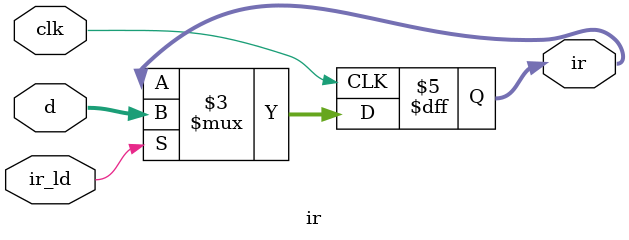
<source format=v>
module ir (
    input clk,ir_ld,
    input [7:0] d,
    output reg [7:0] ir
);
always @(negedge clk) begin
    if(ir_ld)begin
        ir<=d;
    end
    else begin
        ir<=ir;
    end
end    
endmodule

</source>
